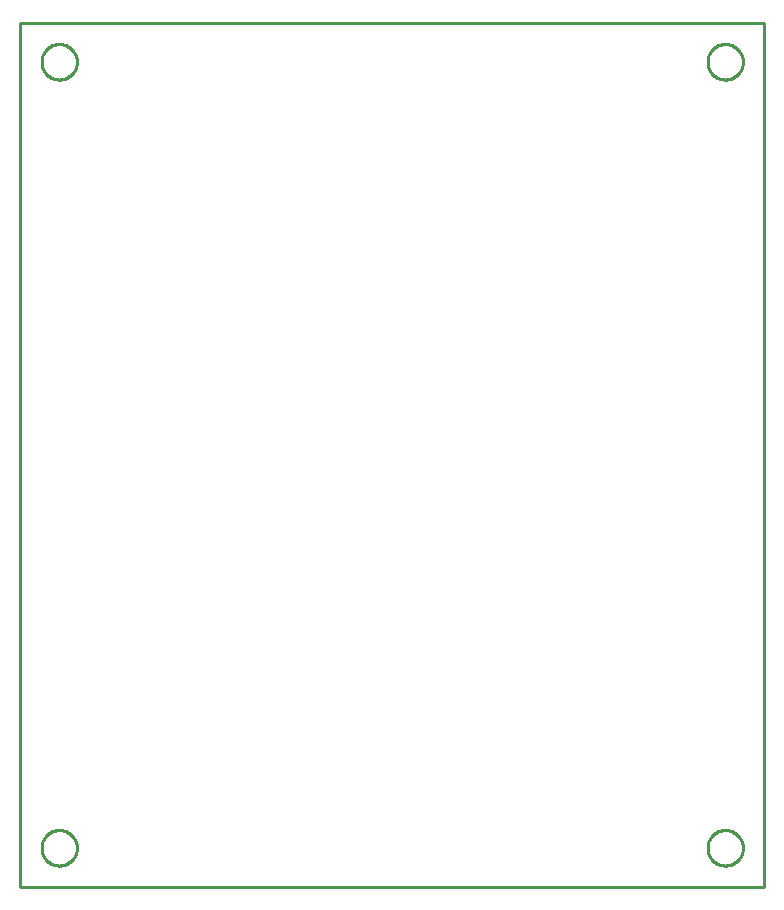
<source format=gbr>
G04 EAGLE Gerber RS-274X export*
G75*
%MOMM*%
%FSLAX34Y34*%
%LPD*%
%IN*%
%IPPOS*%
%AMOC8*
5,1,8,0,0,1.08239X$1,22.5*%
G01*
%ADD10C,0.254000*%


D10*
X2486Y-175262D02*
X632460Y-175262D01*
X632460Y556260D01*
X2486Y556260D01*
X2486Y-175262D01*
X50560Y-142776D02*
X50484Y-143844D01*
X50331Y-144905D01*
X50103Y-145952D01*
X49801Y-146980D01*
X49427Y-147984D01*
X48982Y-148959D01*
X48468Y-149899D01*
X47889Y-150800D01*
X47247Y-151658D01*
X46545Y-152468D01*
X45788Y-153225D01*
X44978Y-153927D01*
X44120Y-154569D01*
X43219Y-155148D01*
X42279Y-155662D01*
X41304Y-156107D01*
X40300Y-156481D01*
X39272Y-156783D01*
X38225Y-157011D01*
X37164Y-157164D01*
X36096Y-157240D01*
X35024Y-157240D01*
X33956Y-157164D01*
X32895Y-157011D01*
X31848Y-156783D01*
X30820Y-156481D01*
X29816Y-156107D01*
X28841Y-155662D01*
X27901Y-155148D01*
X27000Y-154569D01*
X26142Y-153927D01*
X25332Y-153225D01*
X24575Y-152468D01*
X23873Y-151658D01*
X23231Y-150800D01*
X22652Y-149899D01*
X22138Y-148959D01*
X21693Y-147984D01*
X21319Y-146980D01*
X21017Y-145952D01*
X20789Y-144905D01*
X20636Y-143844D01*
X20560Y-142776D01*
X20560Y-141704D01*
X20636Y-140636D01*
X20789Y-139575D01*
X21017Y-138528D01*
X21319Y-137500D01*
X21693Y-136496D01*
X22138Y-135521D01*
X22652Y-134581D01*
X23231Y-133680D01*
X23873Y-132822D01*
X24575Y-132012D01*
X25332Y-131255D01*
X26142Y-130553D01*
X27000Y-129911D01*
X27901Y-129332D01*
X28841Y-128818D01*
X29816Y-128373D01*
X30820Y-127999D01*
X31848Y-127697D01*
X32895Y-127469D01*
X33956Y-127316D01*
X35024Y-127240D01*
X36096Y-127240D01*
X37164Y-127316D01*
X38225Y-127469D01*
X39272Y-127697D01*
X40300Y-127999D01*
X41304Y-128373D01*
X42279Y-128818D01*
X43219Y-129332D01*
X44120Y-129911D01*
X44978Y-130553D01*
X45788Y-131255D01*
X46545Y-132012D01*
X47247Y-132822D01*
X47889Y-133680D01*
X48468Y-134581D01*
X48982Y-135521D01*
X49427Y-136496D01*
X49801Y-137500D01*
X50103Y-138528D01*
X50331Y-139575D01*
X50484Y-140636D01*
X50560Y-141704D01*
X50560Y-142776D01*
X614440Y-142776D02*
X614364Y-143844D01*
X614211Y-144905D01*
X613983Y-145952D01*
X613681Y-146980D01*
X613307Y-147984D01*
X612862Y-148959D01*
X612348Y-149899D01*
X611769Y-150800D01*
X611127Y-151658D01*
X610425Y-152468D01*
X609668Y-153225D01*
X608858Y-153927D01*
X608000Y-154569D01*
X607099Y-155148D01*
X606159Y-155662D01*
X605184Y-156107D01*
X604180Y-156481D01*
X603152Y-156783D01*
X602105Y-157011D01*
X601044Y-157164D01*
X599976Y-157240D01*
X598904Y-157240D01*
X597836Y-157164D01*
X596775Y-157011D01*
X595728Y-156783D01*
X594700Y-156481D01*
X593696Y-156107D01*
X592721Y-155662D01*
X591781Y-155148D01*
X590880Y-154569D01*
X590022Y-153927D01*
X589212Y-153225D01*
X588455Y-152468D01*
X587753Y-151658D01*
X587111Y-150800D01*
X586532Y-149899D01*
X586018Y-148959D01*
X585573Y-147984D01*
X585199Y-146980D01*
X584897Y-145952D01*
X584669Y-144905D01*
X584516Y-143844D01*
X584440Y-142776D01*
X584440Y-141704D01*
X584516Y-140636D01*
X584669Y-139575D01*
X584897Y-138528D01*
X585199Y-137500D01*
X585573Y-136496D01*
X586018Y-135521D01*
X586532Y-134581D01*
X587111Y-133680D01*
X587753Y-132822D01*
X588455Y-132012D01*
X589212Y-131255D01*
X590022Y-130553D01*
X590880Y-129911D01*
X591781Y-129332D01*
X592721Y-128818D01*
X593696Y-128373D01*
X594700Y-127999D01*
X595728Y-127697D01*
X596775Y-127469D01*
X597836Y-127316D01*
X598904Y-127240D01*
X599976Y-127240D01*
X601044Y-127316D01*
X602105Y-127469D01*
X603152Y-127697D01*
X604180Y-127999D01*
X605184Y-128373D01*
X606159Y-128818D01*
X607099Y-129332D01*
X608000Y-129911D01*
X608858Y-130553D01*
X609668Y-131255D01*
X610425Y-132012D01*
X611127Y-132822D01*
X611769Y-133680D01*
X612348Y-134581D01*
X612862Y-135521D01*
X613307Y-136496D01*
X613681Y-137500D01*
X613983Y-138528D01*
X614211Y-139575D01*
X614364Y-140636D01*
X614440Y-141704D01*
X614440Y-142776D01*
X614440Y522704D02*
X614364Y521636D01*
X614211Y520575D01*
X613983Y519528D01*
X613681Y518500D01*
X613307Y517496D01*
X612862Y516521D01*
X612348Y515581D01*
X611769Y514680D01*
X611127Y513822D01*
X610425Y513012D01*
X609668Y512255D01*
X608858Y511553D01*
X608000Y510911D01*
X607099Y510332D01*
X606159Y509818D01*
X605184Y509373D01*
X604180Y508999D01*
X603152Y508697D01*
X602105Y508469D01*
X601044Y508316D01*
X599976Y508240D01*
X598904Y508240D01*
X597836Y508316D01*
X596775Y508469D01*
X595728Y508697D01*
X594700Y508999D01*
X593696Y509373D01*
X592721Y509818D01*
X591781Y510332D01*
X590880Y510911D01*
X590022Y511553D01*
X589212Y512255D01*
X588455Y513012D01*
X587753Y513822D01*
X587111Y514680D01*
X586532Y515581D01*
X586018Y516521D01*
X585573Y517496D01*
X585199Y518500D01*
X584897Y519528D01*
X584669Y520575D01*
X584516Y521636D01*
X584440Y522704D01*
X584440Y523776D01*
X584516Y524844D01*
X584669Y525905D01*
X584897Y526952D01*
X585199Y527980D01*
X585573Y528984D01*
X586018Y529959D01*
X586532Y530899D01*
X587111Y531800D01*
X587753Y532658D01*
X588455Y533468D01*
X589212Y534225D01*
X590022Y534927D01*
X590880Y535569D01*
X591781Y536148D01*
X592721Y536662D01*
X593696Y537107D01*
X594700Y537481D01*
X595728Y537783D01*
X596775Y538011D01*
X597836Y538164D01*
X598904Y538240D01*
X599976Y538240D01*
X601044Y538164D01*
X602105Y538011D01*
X603152Y537783D01*
X604180Y537481D01*
X605184Y537107D01*
X606159Y536662D01*
X607099Y536148D01*
X608000Y535569D01*
X608858Y534927D01*
X609668Y534225D01*
X610425Y533468D01*
X611127Y532658D01*
X611769Y531800D01*
X612348Y530899D01*
X612862Y529959D01*
X613307Y528984D01*
X613681Y527980D01*
X613983Y526952D01*
X614211Y525905D01*
X614364Y524844D01*
X614440Y523776D01*
X614440Y522704D01*
X50560Y522704D02*
X50484Y521636D01*
X50331Y520575D01*
X50103Y519528D01*
X49801Y518500D01*
X49427Y517496D01*
X48982Y516521D01*
X48468Y515581D01*
X47889Y514680D01*
X47247Y513822D01*
X46545Y513012D01*
X45788Y512255D01*
X44978Y511553D01*
X44120Y510911D01*
X43219Y510332D01*
X42279Y509818D01*
X41304Y509373D01*
X40300Y508999D01*
X39272Y508697D01*
X38225Y508469D01*
X37164Y508316D01*
X36096Y508240D01*
X35024Y508240D01*
X33956Y508316D01*
X32895Y508469D01*
X31848Y508697D01*
X30820Y508999D01*
X29816Y509373D01*
X28841Y509818D01*
X27901Y510332D01*
X27000Y510911D01*
X26142Y511553D01*
X25332Y512255D01*
X24575Y513012D01*
X23873Y513822D01*
X23231Y514680D01*
X22652Y515581D01*
X22138Y516521D01*
X21693Y517496D01*
X21319Y518500D01*
X21017Y519528D01*
X20789Y520575D01*
X20636Y521636D01*
X20560Y522704D01*
X20560Y523776D01*
X20636Y524844D01*
X20789Y525905D01*
X21017Y526952D01*
X21319Y527980D01*
X21693Y528984D01*
X22138Y529959D01*
X22652Y530899D01*
X23231Y531800D01*
X23873Y532658D01*
X24575Y533468D01*
X25332Y534225D01*
X26142Y534927D01*
X27000Y535569D01*
X27901Y536148D01*
X28841Y536662D01*
X29816Y537107D01*
X30820Y537481D01*
X31848Y537783D01*
X32895Y538011D01*
X33956Y538164D01*
X35024Y538240D01*
X36096Y538240D01*
X37164Y538164D01*
X38225Y538011D01*
X39272Y537783D01*
X40300Y537481D01*
X41304Y537107D01*
X42279Y536662D01*
X43219Y536148D01*
X44120Y535569D01*
X44978Y534927D01*
X45788Y534225D01*
X46545Y533468D01*
X47247Y532658D01*
X47889Y531800D01*
X48468Y530899D01*
X48982Y529959D01*
X49427Y528984D01*
X49801Y527980D01*
X50103Y526952D01*
X50331Y525905D01*
X50484Y524844D01*
X50560Y523776D01*
X50560Y522704D01*
M02*

</source>
